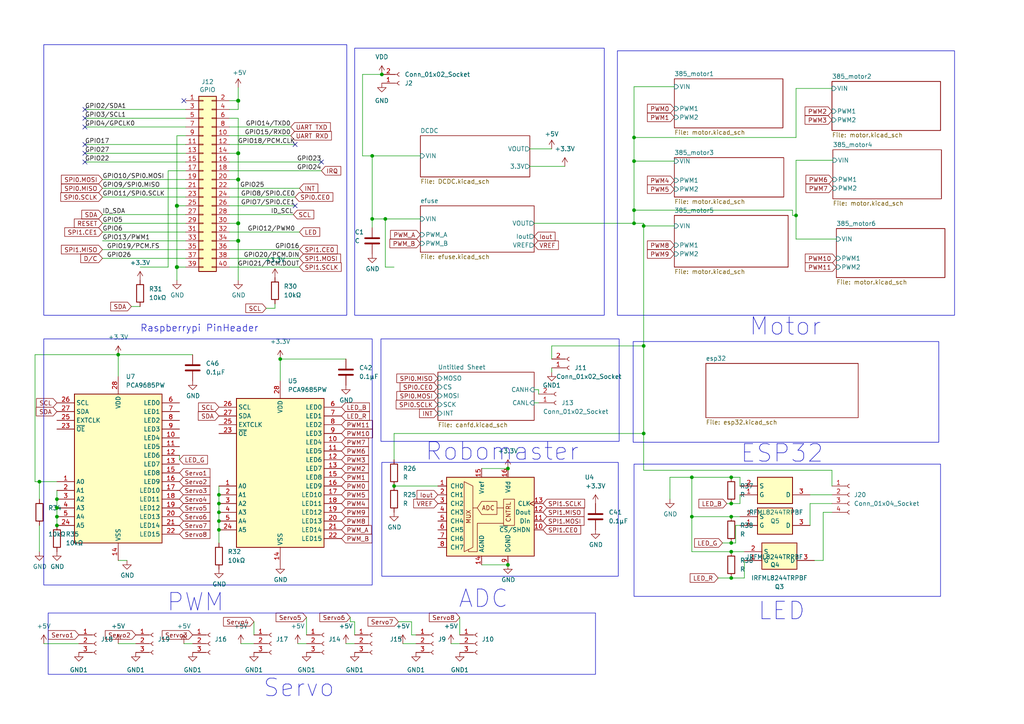
<source format=kicad_sch>
(kicad_sch (version 20230121) (generator eeschema)
  (paper "A4")
  (junction (at 230.886 62.484))
  (junction (at 107.95 45.212))
  (junction (at 11.43 139.7))
  (junction (at 69.088 44.45) (diameter 1.016))
  (junction (at 212.09 167.64))
  (junction (at 183.896 39.878))
  (junction (at 69.088 69.85) (diameter 1.016))
  (junction (at 111.76 63.5))
  (junction (at 212.09 157.48))
  (junction (at 69.088 29.21) (diameter 1.016))
  (junction (at 114.3 140.97))
  (junction (at 107.95 63.5))
  (junction (at 81.28 104.14))
  (junction (at 183.896 60.96))
  (junction (at 212.09 138.43))
  (junction (at 63.5 151.13))
  (junction (at 63.5 153.67))
  (junction (at 63.5 143.51))
  (junction (at 186.69 100.33))
  (junction (at 186.69 125.73))
  (junction (at 16.51 147.32))
  (junction (at 183.896 64.77))
  (junction (at 200.66 149.86))
  (junction (at 16.51 152.4))
  (junction (at 186.69 65.532))
  (junction (at 212.09 146.05))
  (junction (at 69.088 64.77) (diameter 1.016))
  (junction (at 110.744 21.59))
  (junction (at 212.09 149.86))
  (junction (at 51.308 59.69) (diameter 1.016))
  (junction (at 16.51 149.86))
  (junction (at 147.32 135.89))
  (junction (at 147.32 163.83))
  (junction (at 63.5 146.05))
  (junction (at 16.51 144.78))
  (junction (at 63.5 148.59))
  (junction (at 183.896 46.736))
  (junction (at 51.308 77.47) (diameter 1.016))
  (junction (at 69.088 52.07) (diameter 1.016))
  (junction (at 34.29 102.87))
  (junction (at 212.09 160.02))
  (junction (at 200.66 138.43))
  (no_connect (at 53.34 29.21))
  (no_connect (at 85.598 41.91))
  (no_connect (at 24.638 31.75))
  (no_connect (at 24.638 41.91))
  (no_connect (at 24.638 46.99))
  (no_connect (at 24.638 34.29))
  (no_connect (at 93.218 46.99))
  (no_connect (at 85.598 59.69))
  (no_connect (at 24.638 36.83))
  (no_connect (at 24.638 44.45))
  (wire (pts (xy 69.088 34.29) (xy 66.548 34.29)))
  (wire (pts (xy 160.02 100.33) (xy 160.02 104.14)))
  (wire (pts (xy 114.3 125.73) (xy 186.69 125.73)))
  (wire (pts (xy 212.09 160.02) (xy 215.9 160.02)))
  (wire (pts (xy 29.718 64.77) (xy 53.848 64.77)))
  (wire (pts (xy 212.09 149.86) (xy 214.63 149.86)))
  (wire (pts (xy 29.718 52.07) (xy 53.848 52.07)))
  (wire (pts (xy 111.76 77.47) (xy 111.76 63.5)))
  (wire (pts (xy 81.28 104.14) (xy 81.28 110.49)))
  (wire (pts (xy 200.66 160.02) (xy 200.66 149.86)))
  (wire (pts (xy 66.548 54.61) (xy 86.868 54.61)))
  (wire (pts (xy 107.95 45.212) (xy 107.95 63.5)))
  (wire (pts (xy 241.554 46.482) (xy 230.886 46.482)))
  (wire (pts (xy 51.308 39.37) (xy 51.308 59.69)))
  (wire (pts (xy 66.548 72.39) (xy 86.868 72.39)))
  (wire (pts (xy 183.896 25.146) (xy 195.58 25.146)))
  (wire (pts (xy 69.088 52.07) (xy 66.548 52.07)))
  (wire (pts (xy 154.94 116.84) (xy 156.21 116.84)))
  (wire (pts (xy 16.51 147.32) (xy 16.51 149.86)))
  (wire (pts (xy 101.6 179.07) (xy 101.6 180.34)))
  (wire (pts (xy 115.57 180.34) (xy 119.38 180.34)))
  (wire (pts (xy 34.29 102.87) (xy 10.16 102.87)))
  (wire (pts (xy 11.43 152.4) (xy 11.43 160.02)))
  (wire (pts (xy 88.9 179.07) (xy 88.9 184.15)))
  (wire (pts (xy 107.95 63.5) (xy 107.95 66.04)))
  (wire (pts (xy 116.84 186.69) (xy 120.65 186.69)))
  (wire (pts (xy 66.548 49.53) (xy 93.218 49.53)))
  (wire (pts (xy 229.87 62.484) (xy 230.886 62.484)))
  (wire (pts (xy 66.548 57.15) (xy 85.598 57.15)))
  (wire (pts (xy 133.35 179.07) (xy 133.35 184.15)))
  (wire (pts (xy 66.548 41.91) (xy 85.598 41.91)))
  (wire (pts (xy 183.896 46.736) (xy 183.896 60.96)))
  (wire (pts (xy 230.886 25.654) (xy 241.3 25.654)))
  (wire (pts (xy 63.5 157.48) (xy 63.5 153.67)))
  (wire (pts (xy 183.896 60.96) (xy 229.87 60.96)))
  (wire (pts (xy 107.95 45.212) (xy 105.156 45.212)))
  (wire (pts (xy 12.7 186.69) (xy 22.86 186.69)))
  (wire (pts (xy 69.088 31.75) (xy 66.548 31.75)))
  (wire (pts (xy 213.36 157.48) (xy 212.09 157.48)))
  (wire (pts (xy 73.66 180.34) (xy 73.66 184.15)))
  (wire (pts (xy 154.94 64.77) (xy 183.896 64.77)))
  (wire (pts (xy 16.51 149.86) (xy 16.51 152.4)))
  (wire (pts (xy 69.088 25.4) (xy 69.088 29.21)))
  (wire (pts (xy 69.85 186.69) (xy 73.66 186.69)))
  (wire (pts (xy 230.886 62.484) (xy 230.886 69.342)))
  (wire (pts (xy 29.718 67.31) (xy 53.848 67.31)))
  (wire (pts (xy 51.308 39.37) (xy 53.848 39.37)))
  (wire (pts (xy 66.548 46.99) (xy 93.218 46.99)))
  (wire (pts (xy 212.09 146.05) (xy 214.63 146.05)))
  (wire (pts (xy 212.09 167.64) (xy 215.9 167.64)))
  (wire (pts (xy 156.21 113.03) (xy 154.94 113.03)))
  (wire (pts (xy 107.95 63.5) (xy 111.76 63.5)))
  (wire (pts (xy 40.64 77.47) (xy 48.768 77.47)))
  (wire (pts (xy 214.63 138.43) (xy 214.63 140.97)))
  (wire (pts (xy 16.51 142.24) (xy 16.51 144.78)))
  (wire (pts (xy 69.088 29.21) (xy 69.088 31.75)))
  (wire (pts (xy 139.7 163.83) (xy 147.32 163.83)))
  (wire (pts (xy 40.64 88.9) (xy 38.1 88.9)))
  (wire (pts (xy 214.63 146.05) (xy 214.63 143.51)))
  (wire (pts (xy 234.95 146.05) (xy 234.95 152.4)))
  (wire (pts (xy 29.718 69.85) (xy 53.848 69.85)))
  (wire (pts (xy 105.156 21.59) (xy 110.744 21.59)))
  (wire (pts (xy 69.088 64.77) (xy 66.548 64.77)))
  (wire (pts (xy 210.82 146.05) (xy 212.09 146.05)))
  (wire (pts (xy 69.088 52.07) (xy 69.088 64.77)))
  (wire (pts (xy 209.55 157.48) (xy 212.09 157.48)))
  (wire (pts (xy 114.3 77.47) (xy 111.76 77.47)))
  (wire (pts (xy 238.76 148.59) (xy 241.3 148.59)))
  (wire (pts (xy 111.76 63.5) (xy 121.92 63.5)))
  (wire (pts (xy 63.5 151.13) (xy 63.5 153.67)))
  (wire (pts (xy 160.02 106.68) (xy 160.02 107.95)))
  (wire (pts (xy 153.67 48.26) (xy 163.83 48.26)))
  (wire (pts (xy 29.718 74.93) (xy 53.848 74.93)))
  (wire (pts (xy 69.088 69.85) (xy 66.548 69.85)))
  (wire (pts (xy 63.5 143.51) (xy 63.5 146.05)))
  (wire (pts (xy 186.69 64.77) (xy 186.69 65.532)))
  (wire (pts (xy 52.07 133.35) (xy 52.07 132.08)))
  (wire (pts (xy 100.33 186.69) (xy 102.87 186.69)))
  (wire (pts (xy 186.69 65.532) (xy 195.58 65.532)))
  (wire (pts (xy 66.548 67.31) (xy 86.868 67.31)))
  (wire (pts (xy 11.43 139.7) (xy 16.51 139.7)))
  (wire (pts (xy 102.87 180.34) (xy 102.87 184.15)))
  (wire (pts (xy 183.896 39.878) (xy 230.886 39.878)))
  (wire (pts (xy 105.156 21.59) (xy 105.156 45.212)))
  (wire (pts (xy 186.69 125.73) (xy 186.69 136.398)))
  (wire (pts (xy 77.216 89.408) (xy 79.756 89.408)))
  (wire (pts (xy 230.886 46.482) (xy 230.886 62.484)))
  (wire (pts (xy 200.66 138.43) (xy 200.66 149.86)))
  (wire (pts (xy 241.3 146.05) (xy 234.95 146.05)))
  (wire (pts (xy 24.638 36.83) (xy 53.848 36.83)))
  (wire (pts (xy 183.896 46.736) (xy 195.58 46.736)))
  (wire (pts (xy 236.22 162.56) (xy 238.76 162.56)))
  (wire (pts (xy 212.09 138.43) (xy 214.63 138.43)))
  (wire (pts (xy 34.29 102.87) (xy 34.29 109.22)))
  (wire (pts (xy 16.51 144.78) (xy 16.51 147.32)))
  (wire (pts (xy 53.848 41.91) (xy 24.638 41.91)))
  (wire (pts (xy 66.548 74.93) (xy 86.868 74.93)))
  (wire (pts (xy 200.66 149.86) (xy 212.09 149.86)))
  (wire (pts (xy 51.308 59.69) (xy 51.308 77.47)))
  (wire (pts (xy 34.29 186.69) (xy 39.37 186.69)))
  (wire (pts (xy 101.6 180.34) (xy 102.87 180.34)))
  (wire (pts (xy 160.02 100.33) (xy 186.69 100.33)))
  (wire (pts (xy 29.718 54.61) (xy 53.848 54.61)))
  (wire (pts (xy 29.718 72.39) (xy 53.848 72.39)))
  (wire (pts (xy 213.36 152.4) (xy 214.63 152.4)))
  (wire (pts (xy 10.16 102.87) (xy 10.16 139.7)))
  (wire (pts (xy 34.29 102.87) (xy 55.88 102.87)))
  (wire (pts (xy 29.718 62.23) (xy 53.848 62.23)))
  (wire (pts (xy 63.5 146.05) (xy 63.5 148.59)))
  (wire (pts (xy 114.3 140.97) (xy 127 140.97)))
  (wire (pts (xy 69.088 69.85) (xy 69.088 81.28)))
  (wire (pts (xy 51.308 77.47) (xy 51.308 81.28)))
  (wire (pts (xy 48.768 49.53) (xy 53.848 49.53)))
  (wire (pts (xy 230.886 39.878) (xy 230.886 25.654)))
  (wire (pts (xy 119.38 180.34) (xy 119.38 184.15)))
  (wire (pts (xy 234.95 143.51) (xy 241.3 143.51)))
  (wire (pts (xy 200.66 138.43) (xy 212.09 138.43)))
  (wire (pts (xy 230.886 69.342) (xy 242.57 69.342)))
  (wire (pts (xy 153.67 43.18) (xy 160.02 43.18)))
  (wire (pts (xy 69.088 44.45) (xy 69.088 52.07)))
  (wire (pts (xy 186.69 64.77) (xy 183.896 64.77)))
  (wire (pts (xy 66.548 29.21) (xy 69.088 29.21)))
  (wire (pts (xy 66.548 36.83) (xy 84.328 36.83)))
  (wire (pts (xy 114.3 133.35) (xy 114.3 125.73)))
  (wire (pts (xy 186.69 136.398) (xy 241.3 136.398)))
  (wire (pts (xy 200.66 160.02) (xy 212.09 160.02)))
  (wire (pts (xy 186.69 100.33) (xy 186.69 125.73)))
  (wire (pts (xy 51.308 59.69) (xy 53.848 59.69)))
  (wire (pts (xy 79.756 89.408) (xy 79.756 88.138)))
  (wire (pts (xy 53.34 186.69) (xy 55.88 186.69)))
  (wire (pts (xy 66.548 59.69) (xy 85.598 59.69)))
  (wire (pts (xy 241.3 136.398) (xy 241.3 140.97)))
  (wire (pts (xy 156.21 114.3) (xy 156.21 113.03)))
  (wire (pts (xy 215.9 167.64) (xy 215.9 162.56)))
  (wire (pts (xy 213.36 152.4) (xy 213.36 157.48)))
  (wire (pts (xy 186.69 65.532) (xy 186.69 100.33)))
  (wire (pts (xy 48.768 77.47) (xy 48.768 49.53)))
  (wire (pts (xy 69.088 34.29) (xy 69.088 44.45)))
  (wire (pts (xy 24.638 44.45) (xy 53.848 44.45)))
  (wire (pts (xy 100.33 104.14) (xy 81.28 104.14)))
  (wire (pts (xy 63.5 148.59) (xy 63.5 151.13)))
  (wire (pts (xy 229.87 60.96) (xy 229.87 62.484)))
  (wire (pts (xy 238.76 162.56) (xy 238.76 148.59)))
  (wire (pts (xy 24.638 46.99) (xy 53.848 46.99)))
  (wire (pts (xy 139.7 135.89) (xy 147.32 135.89)))
  (wire (pts (xy 24.638 34.29) (xy 53.848 34.29)))
  (wire (pts (xy 51.308 77.47) (xy 53.848 77.47)))
  (wire (pts (xy 183.896 39.878) (xy 183.896 46.736)))
  (wire (pts (xy 29.718 57.15) (xy 53.848 57.15)))
  (wire (pts (xy 200.66 138.43) (xy 194.31 138.43)))
  (wire (pts (xy 69.088 64.77) (xy 69.088 69.85)))
  (wire (pts (xy 183.896 60.96) (xy 183.896 64.77)))
  (wire (pts (xy 53.848 31.75) (xy 24.638 31.75)))
  (wire (pts (xy 10.16 139.7) (xy 11.43 139.7)))
  (wire (pts (xy 119.38 184.15) (xy 120.65 184.15)))
  (wire (pts (xy 69.088 44.45) (xy 66.548 44.45)))
  (wire (pts (xy 183.896 39.878) (xy 183.896 25.146)))
  (wire (pts (xy 11.43 139.7) (xy 11.43 144.78)))
  (wire (pts (xy 63.5 140.97) (xy 63.5 143.51)))
  (wire (pts (xy 66.548 62.23) (xy 85.09 62.23)))
  (wire (pts (xy 34.29 162.56) (xy 36.83 162.56)))
  (wire (pts (xy 208.28 167.64) (xy 212.09 167.64)))
  (wire (pts (xy 66.548 77.47) (xy 86.868 77.47)))
  (wire (pts (xy 194.31 138.43) (xy 194.31 144.78)))
  (wire (pts (xy 130.81 186.69) (xy 133.35 186.69)))
  (wire (pts (xy 107.95 45.212) (xy 121.92 45.212)))
  (wire (pts (xy 86.36 186.69) (xy 88.9 186.69)))
  (wire (pts (xy 66.548 39.37) (xy 84.328 39.37)))
  (rectangle (start 12.7 12.954) (end 100.584 91.44))
  (rectangle (start 110.744 134.112) (end 179.324 167.132))
  (rectangle (start 110.49 98.298) (end 179.578 128.016))
  (rectangle (start 102.87 13.97) (end 175.26 91.44))
  (rectangle (start 179.07 14.732) (end 276.86 91.44))
  (rectangle (start 183.642 99.06) (end 272.288 128.27))
  (rectangle (start 12.7 98.298) (end 107.95 169.672))
  (rectangle (start 183.896 134.62) (end 272.796 172.974))
  (rectangle (start 13.97 177.8) (end 172.72 195.58))
  (text "LED\n" (at 219.71 180.34 0) (effects (font (size 5.08 5.08)) (justify left bottom)))
  (text "ESP32\n" (at 214.63 134.62 0) (effects (font (size 5.08 5.08)) (justify left bottom)))
  (text "PWM\n" (at 48.26 177.8 0) (effects (font (size 5.08 5.08)) (justify left bottom)))
  (text "ADC\n" (at 132.842 176.784 0) (effects (font (size 5.08 5.08)) (justify left bottom)))
  (text "Motor\n" (at 217.17 97.79 0) (effects (font (size 5.08 5.08)) (justify left bottom)))
  (text "Servo\n\n" (at 76.2 210.82 0) (effects (font (size 5.08 5.08)) (justify left bottom)))
  (text "Raspberrypi PinHeader\n" (at 40.64 96.52 0) (effects (font (size 2 2)) (justify left bottom)))
  (text "Robomaster\n\n" (at 123.19 142.24 0) (effects (font (size 5.08 5.08)) (justify left bottom)))
  (label "GPIO17" (at 24.638 41.91 0))
  (label "GPIO10{slash}SPI0.MOSI" (at 29.718 52.07 0))
  (label "GPIO22" (at 24.638 46.99 0))
  (label "GPIO12{slash}PWM0" (at 85.598 67.31 180))
  (label "GPIO25" (at 76.708 54.61 180))
  (label "GPIO5" (at 29.718 64.77 0))
  (label "GPIO13{slash}PWM1" (at 29.718 69.85 0))
  (label "GPIO21{slash}PCM.DOUT" (at 86.868 77.47 180))
  (label "GPIO14{slash}TXD0" (at 84.328 36.83 180))
  (label "GPIO8{slash}SPI0.CE0" (at 85.598 57.15 180))
  (label "GPIO9{slash}SPI0.MISO" (at 29.718 54.61 0))
  (label "GPIO11{slash}SPI0.SCLK" (at 29.718 57.15 0))
  (label "GPIO3{slash}SCL1" (at 24.638 34.29 0))
  (label "GPIO20{slash}PCM.DIN" (at 86.868 74.93 180))
  (label "GPIO18{slash}PCM.CLK" (at 85.598 41.91 180))
  (label "GPIO19{slash}PCM.FS" (at 30.988 72.39 0))
  (label "GPIO7{slash}SPI0.CE1" (at 85.598 59.69 180))
  (label "GPIO6" (at 29.718 67.31 0))
  (label "GPIO23" (at 93.218 46.99 180))
  (label "GPIO16" (at 86.868 72.39 180))
  (label "ID_SDA" (at 29.718 62.23 0))
  (label "GPIO2{slash}SDA1" (at 24.638 31.75 0))
  (label "GPIO4{slash}GPCLK0" (at 24.638 36.83 0))
  (label "ID_SCL" (at 85.09 62.23 180))
  (label "GPIO15{slash}RXD0" (at 84.328 39.37 180))
  (label "GPIO24" (at 93.218 49.53 180))
  (label "GPIO27" (at 24.638 44.45 0))
  (label "GPIO26" (at 30.988 74.93 0))
  (global_label "SPI1.CE0" (shape input) (at 157.48 153.67 0) (property "Intersheetrefs" "${INTERSHEET_REFS}" (effects hide)))
  (global_label "SPI0.MISO" (shape input) (at 127 109.728 180) (property "Intersheetrefs" "${INTERSHEET_REFS}" (effects hide)))
  (global_label "LED_R" (shape input) (at 99.06 120.65 0) (property "Intersheetrefs" "${INTERSHEET_REFS}" (effects hide)))
  (global_label "SPI0.CE0" (shape input) (at 127 112.268 180) (property "Intersheetrefs" "${INTERSHEET_REFS}" (effects hide)))
  (global_label "Servo5" (shape input) (at 52.07 147.32 0) (property "Intersheetrefs" "${INTERSHEET_REFS}" (effects hide)))
  (global_label "Servo6" (shape input) (at 52.07 149.86 0) (property "Intersheetrefs" "${INTERSHEET_REFS}" (effects hide)))
  (global_label "PWM9" (shape input) (at 99.06 148.59 0) (property "Intersheetrefs" "${INTERSHEET_REFS}" (effects hide)))
  (global_label "LED" (shape input) (at 86.868 67.31 0) (property "Intersheetrefs" "${INTERSHEET_REFS}" (effects hide)))
  (global_label "LED_B" (shape input) (at 210.82 146.05 180) (property "Intersheetrefs" "${INTERSHEET_REFS}" (effects hide)))
  (global_label "UART RXD" (shape input) (at 84.328 39.37 0) (property "Intersheetrefs" "${INTERSHEET_REFS}" (effects hide)))
  (global_label "Iout" (shape input) (at 154.94 68.58 0) (property "Intersheetrefs" "${INTERSHEET_REFS}" (effects hide)))
  (global_label "PWM2" (shape input) (at 241.3 32.258 180) (property "Intersheetrefs" "${INTERSHEET_REFS}" (effects hide)))
  (global_label "SPI1.MISO" (shape input) (at 157.48 148.59 0) (property "Intersheetrefs" "${INTERSHEET_REFS}" (effects hide)))
  (global_label "SDA" (shape input) (at 16.51 119.38 180) (property "Intersheetrefs" "${INTERSHEET_REFS}" (effects hide)))
  (global_label "PWM10" (shape input) (at 99.06 125.73 0) (property "Intersheetrefs" "${INTERSHEET_REFS}" (effects hide)))
  (global_label "SPI0.CE0" (shape input) (at 85.598 57.15 0) (property "Intersheetrefs" "${INTERSHEET_REFS}" (effects hide)))
  (global_label "SPI0.SCLK" (shape input) (at 127 117.348 180) (property "Intersheetrefs" "${INTERSHEET_REFS}" (effects hide)))
  (global_label "SPI1.CE0" (shape input) (at 86.868 72.39 0) (property "Intersheetrefs" "${INTERSHEET_REFS}" (effects hide)))
  (global_label "SDA" (shape input) (at 29.718 62.23 180) (property "Intersheetrefs" "${INTERSHEET_REFS}" (effects hide)))
  (global_label "PWM1" (shape input) (at 195.58 34.036 180) (property "Intersheetrefs" "${INTERSHEET_REFS}" (effects hide)))
  (global_label "Iout" (shape input) (at 127 143.51 180) (property "Intersheetrefs" "${INTERSHEET_REFS}" (effects hide)))
  (global_label "PWM3" (shape input) (at 99.06 133.35 0) (property "Intersheetrefs" "${INTERSHEET_REFS}" (effects hide)))
  (global_label "SDA" (shape input) (at 63.5 120.65 180) (property "Intersheetrefs" "${INTERSHEET_REFS}" (effects hide)))
  (global_label "D{slash}C" (shape input) (at 29.718 74.93 180) (property "Intersheetrefs" "${INTERSHEET_REFS}" (effects hide)))
  (global_label "Servo2" (shape input) (at 52.07 139.7 0) (property "Intersheetrefs" "${INTERSHEET_REFS}" (effects hide)))
  (global_label "PWM10" (shape input) (at 242.57 74.93 180) (property "Intersheetrefs" "${INTERSHEET_REFS}" (effects hide)))
  (global_label "SPI0.MOSI" (shape input) (at 127 114.808 180) (property "Intersheetrefs" "${INTERSHEET_REFS}" (effects hide)))
  (global_label "SPI0.MOSI" (shape input) (at 29.718 52.07 180) (property "Intersheetrefs" "${INTERSHEET_REFS}" (effects hide)))
  (global_label "Servo2" (shape input) (at 39.37 184.15 180) (property "Intersheetrefs" "${INTERSHEET_REFS}" (effects hide)))
  (global_label "Servo3" (shape input) (at 52.07 142.24 0) (property "Intersheetrefs" "${INTERSHEET_REFS}" (effects hide)))
  (global_label "PWM1" (shape input) (at 99.06 138.43 0) (property "Intersheetrefs" "${INTERSHEET_REFS}" (effects hide)))
  (global_label "PWM11" (shape input) (at 242.57 77.47 180) (property "Intersheetrefs" "${INTERSHEET_REFS}" (effects hide)))
  (global_label "PWM_A" (shape input) (at 99.06 153.67 0) (property "Intersheetrefs" "${INTERSHEET_REFS}" (effects hide)))
  (global_label "VREF" (shape input) (at 154.94 71.12 0) (property "Intersheetrefs" "${INTERSHEET_REFS}" (effects hide)))
  (global_label "LED_G" (shape input) (at 52.07 133.35 0) (property "Intersheetrefs" "${INTERSHEET_REFS}" (effects hide)))
  (global_label "PWM7" (shape input) (at 241.554 54.61 180) (property "Intersheetrefs" "${INTERSHEET_REFS}" (effects hide)))
  (global_label "INT" (shape input) (at 86.868 54.61 0) (property "Intersheetrefs" "${INTERSHEET_REFS}" (effects hide)))
  (global_label "SCL" (shape input) (at 16.51 116.84 180) (property "Intersheetrefs" "${INTERSHEET_REFS}" (effects hide)))
  (global_label "PWM_A" (shape input) (at 121.92 68.072 180) (property "Intersheetrefs" "${INTERSHEET_REFS}" (effects hide)))
  (global_label "Servo4" (shape input) (at 73.66 180.34 180) (property "Intersheetrefs" "${INTERSHEET_REFS}" (effects hide)))
  (global_label "PWM0" (shape input) (at 99.06 140.97 0) (property "Intersheetrefs" "${INTERSHEET_REFS}" (effects hide)))
  (global_label "PWM4" (shape input) (at 99.06 146.05 0) (property "Intersheetrefs" "${INTERSHEET_REFS}" (effects hide)))
  (global_label "Servo6" (shape input) (at 101.6 179.07 180) (property "Intersheetrefs" "${INTERSHEET_REFS}" (effects hide)))
  (global_label "SPI1.MOSI" (shape input) (at 86.868 74.93 0) (property "Intersheetrefs" "${INTERSHEET_REFS}" (effects hide)))
  (global_label "IRQ" (shape input) (at 93.218 49.53 0) (property "Intersheetrefs" "${INTERSHEET_REFS}" (effects hide)))
  (global_label "Servo4" (shape input) (at 52.07 144.78 0) (property "Intersheetrefs" "${INTERSHEET_REFS}" (effects hide)))
  (global_label "LED_B" (shape input) (at 99.06 118.11 0) (property "Intersheetrefs" "${INTERSHEET_REFS}" (effects hide)))
  (global_label "SPI1.CE1" (shape input) (at 29.718 67.31 180) (property "Intersheetrefs" "${INTERSHEET_REFS}" (effects hide)))
  (global_label "Servo1" (shape input) (at 52.07 137.16 0) (property "Intersheetrefs" "${INTERSHEET_REFS}" (effects hide)))
  (global_label "PWM11" (shape input) (at 99.06 123.19 0) (property "Intersheetrefs" "${INTERSHEET_REFS}" (effects hide)))
  (global_label "PWM8" (shape input) (at 195.58 71.12 180) (property "Intersheetrefs" "${INTERSHEET_REFS}" (effects hide)))
  (global_label "VREF" (shape input) (at 127 146.05 180) (property "Intersheetrefs" "${INTERSHEET_REFS}" (effects hide)))
  (global_label "Servo8" (shape input) (at 133.35 179.07 180) (property "Intersheetrefs" "${INTERSHEET_REFS}" (effects hide)))
  (global_label "PWM5" (shape input) (at 195.58 54.864 180) (property "Intersheetrefs" "${INTERSHEET_REFS}" (effects hide)))
  (global_label "SCL" (shape input) (at 63.5 118.11 180) (property "Intersheetrefs" "${INTERSHEET_REFS}" (effects hide)))
  (global_label "PWM_B" (shape input) (at 121.92 70.612 180) (property "Intersheetrefs" "${INTERSHEET_REFS}" (effects hide)))
  (global_label "SCL" (shape input) (at 85.09 62.23 0) (property "Intersheetrefs" "${INTERSHEET_REFS}" (effects hide)))
  (global_label "PWM0" (shape input) (at 195.58 31.496 180) (property "Intersheetrefs" "${INTERSHEET_REFS}" (effects hide)))
  (global_label "Servo5" (shape input) (at 88.9 179.07 180) (property "Intersheetrefs" "${INTERSHEET_REFS}" (effects hide)))
  (global_label "SPI0.SCLK" (shape input) (at 29.718 57.15 180) (property "Intersheetrefs" "${INTERSHEET_REFS}" (effects hide)))
  (global_label "PWM9" (shape input) (at 195.58 73.66 180) (property "Intersheetrefs" "${INTERSHEET_REFS}" (effects hide)))
  (global_label "INT" (shape input) (at 127 119.888 180) (property "Intersheetrefs" "${INTERSHEET_REFS}" (effects hide)))
  (global_label "SDA" (shape input) (at 38.1 88.9 180) (property "Intersheetrefs" "${INTERSHEET_REFS}" (effects hide)))
  (global_label "PWM2" (shape input) (at 99.06 135.89 0) (property "Intersheetrefs" "${INTERSHEET_REFS}" (effects hide)))
  (global_label "SPI1.MISO" (shape input) (at 29.718 72.39 180) (property "Intersheetrefs" "${INTERSHEET_REFS}" (effects hide)))
  (global_label "SCL" (shape input) (at 77.216 89.408 180) (property "Intersheetrefs" "${INTERSHEET_REFS}" (effects hide)))
  (global_label "PWM6" (shape input) (at 241.554 52.07 180) (property "Intersheetrefs" "${INTERSHEET_REFS}" (effects hide)))
  (global_label "Servo7" (shape input) (at 115.57 180.34 180) (property "Intersheetrefs" "${INTERSHEET_REFS}" (effects hide)))
  (global_label "UART TXD" (shape input) (at 84.328 36.83 0) (property "Intersheetrefs" "${INTERSHEET_REFS}" (effects hide)))
  (global_label "RESET" (shape input) (at 29.718 64.77 180) (property "Intersheetrefs" "${INTERSHEET_REFS}" (effects hide)))
  (global_label "PWM4" (shape input) (at 195.58 52.324 180) (property "Intersheetrefs" "${INTERSHEET_REFS}" (effects hide)))
  (global_label "PWM7" (shape input) (at 99.06 128.27 0) (property "Intersheetrefs" "${INTERSHEET_REFS}" (effects hide)))
  (global_label "SPI1.SCLK" (shape input) (at 157.48 146.05 0) (property "Intersheetrefs" "${INTERSHEET_REFS}" (effects hide)))
  (global_label "SPI0.MISO" (shape input) (at 29.718 54.61 180) (property "Intersheetrefs" "${INTERSHEET_REFS}" (effects hide)))
  (global_label "PWM8" (shape input) (at 99.06 151.13 0) (property "Intersheetrefs" "${INTERSHEET_REFS}" (effects hide)))
  (global_label "Servo3" (shape input) (at 55.88 184.15 180) (property "Intersheetrefs" "${INTERSHEET_REFS}" (effects hide)))
  (global_label "PWM_B" (shape input) (at 99.06 156.21 0) (property "Intersheetrefs" "${INTERSHEET_REFS}" (effects hide)))
  (global_label "PWM5" (shape input) (at 99.06 143.51 0) (property "Intersheetrefs" "${INTERSHEET_REFS}" (effects hide)))
  (global_label "Servo1" (shape input) (at 22.86 184.15 180) (property "Intersheetrefs" "${INTERSHEET_REFS}" (effects hide)))
  (global_label "SPI1.MOSI" (shape input) (at 157.48 151.13 0) (property "Intersheetrefs" "${INTERSHEET_REFS}" (effects hide)))
  (global_label "Servo7" (shape input) (at 52.07 152.4 0) (property "Intersheetrefs" "${INTERSHEET_REFS}" (effects hide)))
  (global_label "LED_G" (shape input) (at 209.55 157.48 180) (property "Intersheetrefs" "${INTERSHEET_REFS}" (effects hide)))
  (global_label "SPI1.SCLK" (shape input) (at 86.868 77.47 0) (property "Intersheetrefs" "${INTERSHEET_REFS}" (effects hide)))
  (global_label "LED_R" (shape input) (at 208.28 167.64 180) (property "Intersheetrefs" "${INTERSHEET_REFS}" (effects hide)))
  (global_label "PWM3" (shape input) (at 241.3 34.798 180) (property "Intersheetrefs" "${INTERSHEET_REFS}" (effects hide)))
  (global_label "PWM6" (shape input) (at 99.06 130.81 0) (property "Intersheetrefs" "${INTERSHEET_REFS}" (effects hide)))
  (global_label "Servo8" (shape input) (at 52.07 154.94 0) (property "Intersheetrefs" "${INTERSHEET_REFS}" (effects hide)))
  (symbol (lib_id "Connector:Conn_01x03_Socket") (at 125.73 186.69 0) (unit 1)
    (property "Reference" "J9" (at 127 185.42 0) (effects (justify left)))
    (property "Value" "Conn_01x03_Socket" (effects hide))
    (property "Footprint" "Connector_JST:JST_XH_B3B-XH-A_1x03_P2.50mm_Vertical" (effects hide))
  )
  (symbol (lib_id "Driver_LED:PCA9685PW") (at 81.28 135.89 0) (unit 1)
    (property "Reference" "U5" (at 83.4741 110.49 0) (effects (justify left)))
    (property "Value" "PCA9685PW" (at 83.4741 113.03 0) (effects (justify left)))
    (property "Footprint" "Package_SO:TSSOP-28_4.4x9.7mm_P0.65mm" (effects hide))
    (property "Datasheet" "http://www.nxp.com/docs/en/data-sheet/PCA9685.pdf" (effects hide))
  )
  (symbol (lib_id "power:VDD") (at 110.744 21.59 0) (unit 1)
    (property "Reference" "#PWR028" (effects hide))
    (property "Value" "VDD" (at 110.744 16.51 0))
  )
  (symbol (lib_id "power:GND1") (at 88.9 189.23 0) (unit 1)
    (property "Reference" "#PWR023" (effects hide))
    (property "Value" "GND1" (at 88.9 194.31 0))
  )
  (symbol (lib_id "power:GND") (at 16.51 160.02 0) (unit 1)
    (property "Reference" "#PWR03" (effects hide))
    (property "Value" "GND" (at 16.6243 164.3444 0))
  )
  (symbol (lib_id "power:GND1") (at 39.37 189.23 0) (unit 1)
    (property "Reference" "#PWR08" (effects hide))
    (property "Value" "GND1" (at 39.37 194.31 0))
  )
  (symbol (lib_id "SamacSys_Parts:IRFML8244TRPBF") (at 214.63 152.4 0) (mirror x) (unit 1)
    (property "Reference" "Q4" (at 224.79 163.83 0))
    (property "Value" "IRFML8244TRPBF" (at 224.79 161.544 0))
    (property "Footprint" "Package_TO_SOT_SMD:SOT-23-3" (effects hide))
    (property "Datasheet" "http://uk.rs-online.com/web/p/products/7377219P" (effects hide))
    (property "Height" "1.12" (effects hide))
    (property "RS Part Number" "7377219P" (effects hide))
    (property "RS Price/Stock" "http://uk.rs-online.com/web/p/products/7377219P" (effects hide))
    (property "Manufacturer_Name" "Infineon" (effects hide))
    (property "Manufacturer_Part_Number" "IRFML8244TRPBF" (effects hide))
    (property "Allied_Number" "70411466" (effects hide))
  )
  (symbol (lib_id "Connector:Conn_01x02_Socket") (at 161.29 116.84 0) (mirror x) (unit 1)
    (property "Reference" "J13" (at 162.814 116.84 0) (effects (justify left)))
    (property "Value" "Conn_01x02_Socket" (at 157.48 119.38 0) (effects (justify left)))
    (property "Footprint" "Connector_JST:JST_XH_S2B-XH-A-1_1x02_P2.50mm_Horizontal" (effects hide))
  )
  (symbol (lib_id "Device:C") (at 107.95 69.85 0) (unit 1)
    (property "Reference" "C1" (at 102.87 67.31 0) (effects (justify left)))
    (property "Value" "C" (at 102.87 69.85 0) (effects (justify left)))
    (property "Footprint" "Capacitor_SMD:CP_Elec_10x10.5" (effects hide))
  )
  (symbol (lib_id "power:GND") (at 107.95 73.66 0) (unit 1)
    (property "Reference" "#PWR027" (effects hide))
    (property "Value" "GND" (at 108.0643 77.9844 0))
  )
  (symbol (lib_id "Connector:Conn_01x02_Socket") (at 165.1 106.68 0) (mirror x) (unit 1)
    (property "Reference" "J11" (at 166.624 106.68 0) (effects (justify left)))
    (property "Value" "Conn_01x02_Socket" (at 161.29 109.22 0) (effects (justify left)))
    (property "Footprint" "Connector_AMASS:AMASS_XT30PW-M_1x02_P2.50mm_Horizontal" (effects hide))
  )
  (symbol (lib_id "Device:C") (at 172.72 149.86 0) (unit 1)
    (property "Reference" "C41" (at 176.53 148.59 0) (effects (justify left)))
    (property "Value" "0.1μF" (at 176.53 151.13 0) (effects (justify left)))
    (property "Footprint" "Capacitor_SMD:C_0603_1608Metric_Pad1.08x0.95mm_HandSolder" (effects hide))
  )
  (symbol (lib_name "+5V_2") (lib_id "power:+5V") (at 130.81 186.69 0) (unit 1)
    (property "Reference" "#PWR032" (effects hide))
    (property "Value" "+5V" (at 130.81 181.61 0))
  )
  (symbol (lib_id "power:GND") (at 63.5 165.1 0) (unit 1)
    (property "Reference" "#PWR014" (effects hide))
    (property "Value" "GND" (at 63.6143 169.4244 0))
  )
  (symbol (lib_id "power:GND") (at 51.308 81.28 0) (unit 1)
    (property "Reference" "#PWR010" (effects hide))
    (property "Value" "GND" (at 51.4223 85.6044 0))
  )
  (symbol (lib_id "power:GND1") (at 22.86 189.23 0) (unit 1)
    (property "Reference" "#PWR04" (effects hide))
    (property "Value" "GND1" (at 22.86 194.31 0))
  )
  (symbol (lib_id "power:GND1") (at 102.87 189.23 0) (unit 1)
    (property "Reference" "#PWR026" (effects hide))
    (property "Value" "GND1" (at 102.87 194.31 0))
  )
  (symbol (lib_id "Device:R") (at 63.5 161.29 0) (unit 1)
    (property "Reference" "R32" (at 66.04 160.02 0) (effects (justify left)))
    (property "Value" "10kΩ" (at 66.04 162.56 0) (effects (justify left)))
    (property "Footprint" "Resistor_SMD:R_0603_1608Metric_Pad0.98x0.95mm_HandSolder" (effects hide))
  )
  (symbol (lib_id "Connector:Conn_01x02_Socket") (at 115.824 24.13 0) (mirror x) (unit 1)
    (property "Reference" "J2" (at 117.348 24.13 0) (effects (justify left)))
    (property "Value" "Conn_01x02_Socket" (at 117.348 21.59 0) (effects (justify left)))
    (property "Footprint" "Connector_AMASS:AMASS_XT60PW-M_1x02_P7.20mm_Horizontal" (effects hide))
  )
  (symbol (lib_id "Device:R") (at 114.3 137.16 0) (unit 1)
    (property "Reference" "R26" (at 116.84 135.89 0) (effects (justify left)))
    (property "Value" "R" (at 116.84 138.43 0) (effects (justify left)))
    (property "Footprint" "Resistor_SMD:R_0603_1608Metric_Pad0.98x0.95mm_HandSolder" (effects hide))
  )
  (symbol (lib_id "Connector:Conn_01x03_Socket") (at 44.45 186.69 0) (unit 1)
    (property "Reference" "J19" (at 45.72 185.42 0) (effects (justify left)))
    (property "Value" "Conn_01x03_Socket" (effects hide))
    (property "Footprint" "Connector_JST:JST_XH_B3B-XH-A_1x03_P2.50mm_Vertical" (effects hide))
  )
  (symbol (lib_id "Connector:Conn_01x03_Socket") (at 107.95 186.69 0) (unit 1)
    (property "Reference" "J15" (at 113.03 185.42 0) (effects (justify left)))
    (property "Value" "Conn_01x03_Socket" (effects hide))
    (property "Footprint" "Connector_JST:JST_XH_B3B-XH-A_1x03_P2.50mm_Vertical" (effects hide))
  )
  (symbol (lib_id "Connector_Generic:Conn_02x20_Odd_Even") (at 58.928 52.07 0) (unit 1)
    (property "Reference" "J12" (at 60.198 23.7298 0))
    (property "Value" "GPIO" (at 60.198 26.035 0))
    (property "Footprint" "Connector_PinSocket_2.54mm:PinSocket_2x20_P2.54mm_Vertical" (effects hide))
  )
  (symbol (lib_name "+5V_2") (lib_id "power:+5V") (at 69.85 186.69 0) (unit 1)
    (property "Reference" "#PWR017" (effects hide))
    (property "Value" "+5V" (at 69.85 181.61 0))
  )
  (symbol (lib_id "power:+3.3V") (at 79.756 80.518 0) (unit 1)
    (property "Reference" "#PWR019" (effects hide))
    (property "Value" "+3.3V" (at 79.756 75.438 0))
  )
  (symbol (lib_id "Device:R") (at 212.09 142.24 0) (unit 1)
    (property "Reference" "R37" (at 214.63 140.97 0) (effects (justify left)))
    (property "Value" "R" (at 214.63 143.51 0) (effects (justify left)))
    (property "Footprint" "Resistor_SMD:R_0603_1608Metric_Pad0.98x0.95mm_HandSolder" (effects hide))
  )
  (symbol (lib_id "power:GND") (at 69.088 81.28 0) (unit 1)
    (property "Reference" "#PWR016" (effects hide))
    (property "Value" "GND" (at 69.2023 85.6044 0))
  )
  (symbol (lib_id "power:GND") (at 172.72 153.67 0) (unit 1)
    (property "Reference" "#PWR040" (effects hide))
    (property "Value" "GND" (at 172.8343 157.9944 0))
  )
  (symbol (lib_id "SamacSys_Parts:IRFML8244TRPBF") (at 215.9 162.56 0) (mirror x) (unit 1)
    (property "Reference" "Q3" (at 226.06 170.18 0))
    (property "Value" "IRFML8244TRPBF" (at 226.06 167.64 0))
    (property "Footprint" "Package_TO_SOT_SMD:SOT-23-3" (effects hide))
    (property "Datasheet" "http://uk.rs-online.com/web/p/products/7377219P" (effects hide))
    (property "Height" "1.12" (effects hide))
    (property "RS Part Number" "7377219P" (effects hide))
    (property "RS Price/Stock" "http://uk.rs-online.com/web/p/products/7377219P" (effects hide))
    (property "Manufacturer_Name" "Infineon" (effects hide))
    (property "Manufacturer_Part_Number" "IRFML8244TRPBF" (effects hide))
    (property "Allied_Number" "70411466" (effects hide))
  )
  (symbol (lib_name "+5V_2") (lib_id "power:+5V") (at 12.7 186.69 0) (unit 1)
    (property "Reference" "#PWR02" (effects hide))
    (property "Value" "+5V" (at 12.7 181.61 0))
  )
  (symbol (lib_id "power:GND") (at 100.33 111.76 0) (unit 1)
    (property "Reference" "#PWR024" (effects hide))
    (property "Value" "GND" (at 100.4443 116.0844 0))
  )
  (symbol (lib_id "Connector:Conn_01x04_Socket") (at 246.38 143.51 0) (unit 1)
    (property "Reference" "J20" (at 247.65 143.51 0) (effects (justify left)))
    (property "Value" "Conn_01x04_Socket" (at 247.65 146.05 0) (effects (justify left)))
    (property "Footprint" "Connector_JST:JST_XH_S4B-XH-A_1x04_P2.50mm_Horizontal" (effects hide))
  )
  (symbol (lib_id "Device:R") (at 40.64 85.09 0) (unit 1)
    (property "Reference" "R31" (at 43.18 83.82 0) (effects (justify left)))
    (property "Value" "10kΩ" (at 43.18 86.36 0) (effects (justify left)))
    (property "Footprint" "Resistor_SMD:R_0603_1608Metric_Pad0.98x0.95mm_HandSolder" (effects hide))
  )
  (symbol (lib_id "power:GND1") (at 73.66 189.23 0) (unit 1)
    (property "Reference" "#PWR018" (effects hide))
    (property "Value" "GND1" (at 73.66 194.31 0))
  )
  (symbol (lib_name "+5V_2") (lib_id "power:+5V") (at 34.29 186.69 0) (unit 1)
    (property "Reference" "#PWR06" (effects hide))
    (property "Value" "+5V" (at 34.29 181.61 0))
  )
  (symbol (lib_id "power:GND") (at 11.43 160.02 0) (unit 1)
    (property "Reference" "#PWR01" (effects hide))
    (property "Value" "GND" (at 11.5443 164.3444 0))
  )
  (symbol (lib_id "Device:C") (at 55.88 106.68 0) (unit 1)
    (property "Reference" "C46" (at 59.69 105.41 0) (effects (justify left)))
    (property "Value" "0.1μF" (at 59.69 107.95 0) (effects (justify left)))
    (property "Footprint" "Capacitor_SMD:C_0603_1608Metric_Pad1.08x0.95mm_HandSolder" (effects hide))
  )
  (symbol (lib_id "Connector:Conn_01x03_Socket") (at 78.74 186.69 0) (unit 1)
    (property "Reference" "J17" (at 80.01 185.42 0) (effects (justify left)))
    (property "Value" "Conn_01x03_Socket" (effects hide))
    (property "Footprint" "Connector_JST:JST_XH_B3B-XH-A_1x03_P2.50mm_Vertical" (effects hide))
  )
  (symbol (lib_id "power:GND") (at 114.3 148.59 0) (unit 1)
    (property "Reference" "#PWR0138" (effects hide))
    (property "Value" "GND" (at 114.4143 152.9144 0))
  )
  (symbol (lib_name "+5V_2") (lib_id "power:+5V") (at 86.36 186.69 0) (unit 1)
    (property "Reference" "#PWR022" (effects hide))
    (property "Value" "+5V" (at 86.36 181.61 0))
  )
  (symbol (lib_name "GND_3") (lib_id "power:GND") (at 110.744 24.13 0) (unit 1)
    (property "Reference" "#PWR029" (effects hide))
    (property "Value" "GND" (at 110.744 29.21 0))
  )
  (symbol (lib_id "power:GND") (at 194.31 144.78 0) (unit 1)
    (property "Reference" "#PWR041" (effects hide))
    (property "Value" "GND" (at 194.4243 149.1044 0))
  )
  (symbol (lib_id "Device:R") (at 212.09 153.67 0) (unit 1)
    (property "Reference" "R38" (at 214.63 152.4 0) (effects (justify left)))
    (property "Value" "R" (at 214.63 154.94 0) (effects (justify left)))
    (property "Footprint" "Resistor_SMD:R_0603_1608Metric_Pad0.98x0.95mm_HandSolder" (effects hide))
  )
  (symbol (lib_id "Device:R") (at 212.09 163.83 0) (unit 1)
    (property "Reference" "R36" (at 214.63 162.56 0) (effects (justify left)))
    (property "Value" "R" (at 214.63 165.1 0) (effects (justify left)))
    (property "Footprint" "Resistor_SMD:R_0603_1608Metric_Pad0.98x0.95mm_HandSolder" (effects hide))
  )
  (symbol (lib_id "power:GND1") (at 55.88 189.23 0) (unit 1)
    (property "Reference" "#PWR013" (effects hide))
    (property "Value" "GND1" (at 55.88 194.31 0))
  )
  (symbol (lib_id "Analog_ADC:MCP3208") (at 142.24 148.59 0) (unit 1)
    (property "Reference" "U4" (at 169.5801 138.43 0) (effects (justify left)))
    (property "Value" "MCP3208" (effects hide))
    (property "Footprint" "Library:SOIC127P600X175-16N" (effects hide))
    (property "Datasheet" "http://ww1.microchip.com/downloads/en/DeviceDoc/21298c.pdf" (effects hide))
  )
  (symbol (lib_id "power:+5V") (at 69.088 25.4 0) (unit 1)
    (property "Reference" "#PWR015" (effects hide))
    (property "Value" "+5V" (at 69.4563 21.0756 0))
  )
  (symbol (lib_id "Device:R") (at 16.51 156.21 0) (unit 1)
    (property "Reference" "R35" (at 19.05 154.94 0) (effects (justify left)))
    (property "Value" "10kΩ" (at 19.05 157.48 0) (effects (justify left)))
    (property "Footprint" "Resistor_SMD:R_0603_1608Metric_Pad0.98x0.95mm_HandSolder" (effects hide))
  )
  (symbol (lib_id "Device:R") (at 114.3 144.78 0) (unit 1)
    (property "Reference" "R25" (at 116.84 143.51 0) (effects (justify left)))
    (property "Value" "R" (at 116.84 146.05 0) (effects (justify left)))
    (property "Footprint" "Resistor_SMD:R_0603_1608Metric_Pad0.98x0.95mm_HandSolder" (effects hide))
  )
  (symbol (lib_id "power:+3.3V") (at 147.32 135.89 0) (unit 1)
    (property "Reference" "#PWR034" (effects hide))
    (property "Value" "+3.3V" (at 147.32 130.81 0))
  )
  (symbol (lib_id "Device:R") (at 79.756 84.328 0) (unit 1)
    (property "Reference" "R30" (at 82.296 83.058 0) (effects (justify left)))
    (property "Value" "10kΩ" (at 82.296 85.598 0) (effects (justify left)))
    (property "Footprint" "Resistor_SMD:R_0603_1608Metric_Pad0.98x0.95mm_HandSolder" (effects hide))
  )
  (symbol (lib_id "Connector:Conn_01x03_Socket") (at 93.98 186.69 0) (unit 1)
    (property "Reference" "J14" (at 95.25 185.42 0) (effects (justify left)))
    (property "Value" "Conn_01x03_Socket" (effects hide))
    (property "Footprint" "Connector_JST:JST_XH_B3B-XH-A_1x03_P2.50mm_Vertical" (effects hide))
  )
  (symbol (lib_id "power:+3.3V") (at 40.64 81.28 0) (unit 1)
    (property "Reference" "#PWR09" (effects hide))
    (property "Value" "+3.3V" (at 40.64 76.2 0))
  )
  (symbol (lib_id "power:GND") (at 81.28 163.83 0) (unit 1)
    (property "Reference" "#PWR021" (effects hide))
    (property "Value" "GND" (at 81.3943 168.1544 0))
  )
  (symbol (lib_id "power:GND1") (at 160.02 107.95 0) (unit 1)
    (property "Reference" "#PWR037" (effects hide))
    (property "Value" "GND1" (at 160.02 111.76 0))
  )
  (symbol (lib_id "power:GND") (at 55.88 110.49 0) (unit 1)
    (property "Reference" "#PWR012" (effects hide))
    (property "Value" "GND" (at 55.9943 114.8144 0))
  )
  (symbol (lib_id "Driver_LED:PCA9685PW") (at 34.29 134.62 0) (unit 1)
    (property "Reference" "U7" (at 36.4841 109.22 0) (effects (justify left)))
    (property "Value" "PCA9685PW" (at 36.4841 111.76 0) (effects (justify left)))
    (property "Footprint" "Package_SO:TSSOP-28_4.4x9.7mm_P0.65mm" (effects hide))
    (property "Datasheet" "http://www.nxp.com/docs/en/data-sheet/PCA9685.pdf" (effects hide))
  )
  (symbol (lib_id "Connector:Conn_01x03_Socket") (at 60.96 186.69 0) (unit 1)
    (property "Reference" "J16" (at 62.23 185.42 0) (effects (justify left)))
    (property "Value" "Conn_01x03_Socket" (effects hide))
    (property "Footprint" "Connector_JST:JST_XH_B3B-XH-A_1x03_P2.50mm_Vertical" (effects hide))
  )
  (symbol (lib_id "power:GND1") (at 133.35 189.23 0) (unit 1)
    (property "Reference" "#PWR033" (effects hide))
    (property "Value" "GND1" (at 133.35 194.31 0))
  )
  (symbol (lib_id "power:+3.3V") (at 163.83 48.26 0) (unit 1)
    (property "Reference" "#PWR038" (effects hide))
    (property "Value" "+3.3V" (at 163.83 43.18 0))
  )
  (symbol (lib_id "SamacSys_Parts:IRFML8244TRPBF") (at 214.63 143.51 0) (mirror x) (unit 1)
    (property "Reference" "Q5" (at 224.79 151.13 0))
    (property "Value" "IRFML8244TRPBF" (at 224.79 148.59 0))
    (property "Footprint" "Package_TO_SOT_SMD:SOT-23-3" (effects hide))
    (property "Datasheet" "http://uk.rs-online.com/web/p/products/7377219P" (effects hide))
    (property "Height" "1.12" (effects hide))
    (property "RS Part Number" "7377219P" (effects hide))
    (property "RS Price/Stock" "http://uk.rs-online.com/web/p/products/7377219P" (effects hide))
    (property "Manufacturer_Name" "Infineon" (effects hide))
    (property "Manufacturer_Part_Number" "IRFML8244TRPBF" (effects hide))
    (property "Allied_Number" "70411466" (effects hide))
  )
  (symbol (lib_id "power:GND") (at 36.83 162.56 0) (unit 1)
    (property "Reference" "#PWR07" (effects hide))
    (property "Value" "GND" (at 36.9443 166.8844 0))
  )
  (symbol (lib_id "Device:C") (at 100.33 107.95 0) (unit 1)
    (property "Reference" "C42" (at 104.14 106.68 0) (effects (justify left)))
    (property "Value" "0.1μF" (at 104.14 109.22 0) (effects (justify left)))
    (property "Footprint" "Capacitor_SMD:C_0603_1608Metric_Pad1.08x0.95mm_HandSolder" (effects hide))
  )
  (symbol (lib_id "power:GND") (at 147.32 163.83 0) (unit 1)
    (property "Reference" "#PWR035" (effects hide))
    (property "Value" "GND" (at 147.4343 168.1544 0))
  )
  (symbol (lib_name "+5V_2") (lib_id "power:+5V") (at 100.33 186.69 0) (unit 1)
    (property "Reference" "#PWR025" (effects hide))
    (property "Value" "+5V" (at 100.33 181.61 0))
  )
  (symbol (lib_name "+5V_2") (lib_id "power:+5V") (at 116.84 186.69 0) (unit 1)
    (property "Reference" "#PWR030" (effects hide))
    (property "Value" "+5V" (at 116.84 181.61 0))
  )
  (symbol (lib_id "Device:R") (at 11.43 148.59 0) (unit 1)
    (property "Reference" "R34" (at 13.97 147.32 0) (effects (justify left)))
    (property "Value" "10kΩ" (at 13.97 154.94 0) (effects (justify left)))
    (property "Footprint" "Resistor_SMD:R_0603_1608Metric_Pad0.98x0.95mm_HandSolder" (effects hide))
  )
  (symbol (lib_id "power:+3.3V") (at 34.29 102.87 0) (unit 1)
    (property "Reference" "#PWR05" (effects hide))
    (property "Value" "+3.3V" (at 34.29 97.79 0))
  )
  (symbol (lib_name "+5V_1") (lib_id "power:+5V") (at 160.02 43.18 0) (unit 1)
    (property "Reference" "#PWR036" (effects hide))
    (property "Value" "+5V" (at 160.02 38.862 0))
  )
  (symbol (lib_id "power:GND1") (at 120.65 189.23 0) (unit 1)
    (property "Reference" "#PWR031" (effects hide))
    (property "Value" "GND1" (at 120.65 194.31 0))
  )
  (symbol (lib_id "Connector:Conn_01x03_Socket") (at 27.94 186.69 0) (unit 1)
    (property "Reference" "J18" (at 29.21 185.42 0) (effects (justify left)))
    (property "Value" "Conn_01x03_Socket" (effects hide))
    (property "Footprint" "Connector_JST:JST_XH_B3B-XH-A_1x03_P2.50mm_Vertical" (effects hide))
  )
  (symbol (lib_id "power:+3.3V") (at 172.72 146.05 0) (unit 1)
    (property "Reference" "#PWR039" (effects hide))
    (property "Value" "+3.3V" (at 172.72 140.97 0))
  )
  (symbol (lib_id "Connector:Conn_01x03_Socket") (at 138.43 186.69 0) (unit 1)
    (property "Reference" "J10" (at 139.7 185.42 0) (effects (justify left)))
    (property "Value" "Conn_01x03_Socket" (effects hide))
    (property "Footprint" "Connector_JST:JST_XH_B3B-XH-A_1x03_P2.50mm_Vertical" (effects hide))
  )
  (symbol (lib_name "+5V_2") (lib_id "power:+5V") (at 53.34 186.69 0) (unit 1)
    (property "Reference" "#PWR011" (effects hide))
    (property "Value" "+5V" (at 53.34 181.61 0))
  )
  (symbol (lib_id "power:+3.3V") (at 81.28 104.14 0) (unit 1)
    (property "Reference" "#PWR020" (effects hide))
    (property "Value" "+3.3V" (at 81.28 99.06 0))
  )
  (sheet (at 242.57 66.294) (size 31.496 14.224) (stroke (width 0.1524))
    (property "Sheetname" "385_motor6" (at 242.57 65.5824 0) (effects (justify left bottom)))
    (property "Sheetfile" "motor.kicad_sch" (at 242.57 81.1026 0) (effects (justify left top)))
    (pin "VIN" input (at 242.57 69.342 180))
    (pin "PWM1" input (at 242.57 74.93 180))
    (pin "PWM2" input (at 242.57 77.47 180))
  )
  (sheet (at 241.3 23.622) (size 31.496 14.224) (stroke (width 0.1524))
    (property "Sheetname" "385_motor2" (at 241.3 22.9104 0) (effects (justify left bottom)))
    (property "Sheetfile" "motor.kicad_sch" (at 241.3 38.4306 0) (effects (justify left top)))
    (pin "VIN" input (at 241.3 25.654 180))
    (pin "PWM1" input (at 241.3 32.258 180))
    (pin "PWM2" input (at 241.3 34.798 180))
  )
  (sheet (at 127 107.95) (size 27.94 13.97) (stroke (width 0.1524))
    (property "Sheetname" "Untitled Sheet" (at 127 107.2384 0) (effects (justify left bottom)))
    (property "Sheetfile" "canfd.kicad_sch" (at 127 122.5046 0) (effects (justify left top)))
    (pin "CS" input (at 127 112.268 180))
    (pin "MOSI" input (at 127 114.808 180))
    (pin "MOSO" input (at 127 109.728 180))
    (pin "SCK" input (at 127 117.348 180))
    (pin "CANH" input (at 154.94 113.03 0))
    (pin "CANL" input (at 154.94 116.84 0))
    (pin "INT" input (at 127 119.888 180))
  )
  (sheet (at 241.554 43.434) (size 31.496 14.224) (stroke (width 0.1524))
    (property "Sheetname" "385_motor4" (at 241.554 42.7224 0) (effects (justify left bottom)))
    (property "Sheetfile" "motor.kicad_sch" (at 241.554 58.2426 0) (effects (justify left top)))
    (pin "VIN" input (at 241.554 46.482 180))
    (pin "PWM1" input (at 241.554 52.07 180))
    (pin "PWM2" input (at 241.554 54.61 180))
  )
  (sheet (at 121.92 59.69) (size 33.02 13.462) (stroke (width 0.1524))
    (property "Sheetname" "efuse" (at 121.92 58.9784 0) (effects (justify left bottom)))
    (property "Sheetfile" "efuse.kicad_sch" (at 121.92 73.7366 0) (effects (justify left top)))
    (pin "VIN" input (at 121.92 63.5 180))
    (pin "VOUT" output (at 154.94 64.77 0))
    (pin "PWM_B" input (at 121.92 70.612 180))
    (pin "PWM_A" input (at 121.92 68.072 180))
    (pin "Iout" output (at 154.94 68.58 0))
    (pin "VREF" output (at 154.94 71.12 0))
  )
  (sheet (at 195.58 62.484) (size 33.02 14.986) (stroke (width 0.1524))
    (property "Sheetname" "385_motor5" (at 195.58 61.7724 0) (effects (justify left bottom)))
    (property "Sheetfile" "motor.kicad_sch" (at 195.58 78.0546 0) (effects (justify left top)))
    (pin "VIN" input (at 195.58 65.532 180))
    (pin "PWM1" input (at 195.58 71.12 180))
    (pin "PWM2" input (at 195.58 73.66 180))
  )
  (sheet (at 204.724 105.41) (size 44.196 15.748) (stroke (width 0.1524))
    (property "Sheetname" "esp32" (at 204.724 104.6984 0) (effects (justify left bottom)))
    (property "Sheetfile" "esp32.kicad_sch" (at 204.724 121.7426 0) (effects (justify left top)))
  )
  (sheet (at 195.58 45.72) (size 31.75 11.43) (stroke (width 0.1524))
    (property "Sheetname" "385_motor3" (at 195.58 45.0084 0) (effects (justify left bottom)))
    (property "Sheetfile" "motor.kicad_sch" (at 195.58 57.7346 0) (effects (justify left top)))
    (pin "VIN" input (at 195.58 46.736 180))
    (pin "PWM1" input (at 195.58 52.324 180))
    (pin "PWM2" input (at 195.58 54.864 180))
  )
  (sheet (at 195.58 22.86) (size 31.496 14.224) (stroke (width 0.1524))
    (property "Sheetname" "385_motor1" (at 195.58 22.1484 0) (effects (justify left bottom)))
    (property "Sheetfile" "motor.kicad_sch" (at 195.58 37.6686 0) (effects (justify left top)))
    (pin "VIN" input (at 195.58 25.146 180))
    (pin "PWM1" input (at 195.58 31.496 180))
    (pin "PWM2" input (at 195.58 34.036 180))
  )
  (sheet (at 121.92 39.37) (size 31.75 11.938) (stroke (width 0.1524))
    (property "Sheetname" "DCDC" (at 121.92 38.6584 0) (effects (justify left bottom)))
    (property "Sheetfile" "DCDC.kicad_sch" (at 121.92 51.8926 0) (effects (justify left top)))
    (pin "VIN" input (at 121.92 45.212 180))
    (pin "VOUT" output (at 153.67 43.18 0))
    (pin "3.3V" output (at 153.67 48.26 0))
  )
)
</source>
